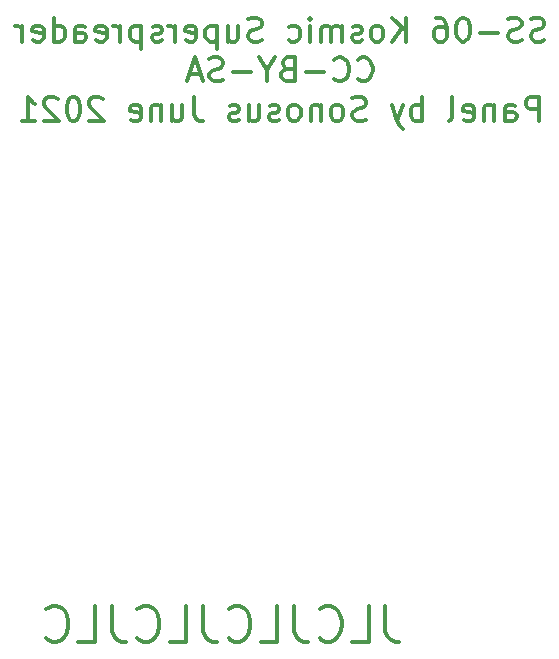
<source format=gbr>
%TF.GenerationSoftware,KiCad,Pcbnew,(5.1.9)-1*%
%TF.CreationDate,2021-06-03T21:33:33+01:00*%
%TF.ProjectId,SpreaderPanel,53707265-6164-4657-9250-616e656c2e6b,rev?*%
%TF.SameCoordinates,Original*%
%TF.FileFunction,Legend,Bot*%
%TF.FilePolarity,Positive*%
%FSLAX46Y46*%
G04 Gerber Fmt 4.6, Leading zero omitted, Abs format (unit mm)*
G04 Created by KiCad (PCBNEW (5.1.9)-1) date 2021-06-03 21:33:33*
%MOMM*%
%LPD*%
G01*
G04 APERTURE LIST*
%ADD10C,0.350000*%
%ADD11C,0.300000*%
G04 APERTURE END LIST*
D10*
X149158714Y-47269523D02*
X148873000Y-47364761D01*
X148396809Y-47364761D01*
X148206333Y-47269523D01*
X148111095Y-47174285D01*
X148015857Y-46983809D01*
X148015857Y-46793333D01*
X148111095Y-46602857D01*
X148206333Y-46507619D01*
X148396809Y-46412380D01*
X148777761Y-46317142D01*
X148968238Y-46221904D01*
X149063476Y-46126666D01*
X149158714Y-45936190D01*
X149158714Y-45745714D01*
X149063476Y-45555238D01*
X148968238Y-45460000D01*
X148777761Y-45364761D01*
X148301571Y-45364761D01*
X148015857Y-45460000D01*
X147253952Y-47269523D02*
X146968238Y-47364761D01*
X146492047Y-47364761D01*
X146301571Y-47269523D01*
X146206333Y-47174285D01*
X146111095Y-46983809D01*
X146111095Y-46793333D01*
X146206333Y-46602857D01*
X146301571Y-46507619D01*
X146492047Y-46412380D01*
X146873000Y-46317142D01*
X147063476Y-46221904D01*
X147158714Y-46126666D01*
X147253952Y-45936190D01*
X147253952Y-45745714D01*
X147158714Y-45555238D01*
X147063476Y-45460000D01*
X146873000Y-45364761D01*
X146396809Y-45364761D01*
X146111095Y-45460000D01*
X145253952Y-46602857D02*
X143730142Y-46602857D01*
X142396809Y-45364761D02*
X142206333Y-45364761D01*
X142015857Y-45460000D01*
X141920619Y-45555238D01*
X141825380Y-45745714D01*
X141730142Y-46126666D01*
X141730142Y-46602857D01*
X141825380Y-46983809D01*
X141920619Y-47174285D01*
X142015857Y-47269523D01*
X142206333Y-47364761D01*
X142396809Y-47364761D01*
X142587285Y-47269523D01*
X142682523Y-47174285D01*
X142777761Y-46983809D01*
X142873000Y-46602857D01*
X142873000Y-46126666D01*
X142777761Y-45745714D01*
X142682523Y-45555238D01*
X142587285Y-45460000D01*
X142396809Y-45364761D01*
X140015857Y-45364761D02*
X140396809Y-45364761D01*
X140587285Y-45460000D01*
X140682523Y-45555238D01*
X140873000Y-45840952D01*
X140968238Y-46221904D01*
X140968238Y-46983809D01*
X140873000Y-47174285D01*
X140777761Y-47269523D01*
X140587285Y-47364761D01*
X140206333Y-47364761D01*
X140015857Y-47269523D01*
X139920619Y-47174285D01*
X139825380Y-46983809D01*
X139825380Y-46507619D01*
X139920619Y-46317142D01*
X140015857Y-46221904D01*
X140206333Y-46126666D01*
X140587285Y-46126666D01*
X140777761Y-46221904D01*
X140873000Y-46317142D01*
X140968238Y-46507619D01*
X137444428Y-47364761D02*
X137444428Y-45364761D01*
X136301571Y-47364761D02*
X137158714Y-46221904D01*
X136301571Y-45364761D02*
X137444428Y-46507619D01*
X135158714Y-47364761D02*
X135349190Y-47269523D01*
X135444428Y-47174285D01*
X135539666Y-46983809D01*
X135539666Y-46412380D01*
X135444428Y-46221904D01*
X135349190Y-46126666D01*
X135158714Y-46031428D01*
X134873000Y-46031428D01*
X134682523Y-46126666D01*
X134587285Y-46221904D01*
X134492047Y-46412380D01*
X134492047Y-46983809D01*
X134587285Y-47174285D01*
X134682523Y-47269523D01*
X134873000Y-47364761D01*
X135158714Y-47364761D01*
X133730142Y-47269523D02*
X133539666Y-47364761D01*
X133158714Y-47364761D01*
X132968238Y-47269523D01*
X132873000Y-47079047D01*
X132873000Y-46983809D01*
X132968238Y-46793333D01*
X133158714Y-46698095D01*
X133444428Y-46698095D01*
X133634904Y-46602857D01*
X133730142Y-46412380D01*
X133730142Y-46317142D01*
X133634904Y-46126666D01*
X133444428Y-46031428D01*
X133158714Y-46031428D01*
X132968238Y-46126666D01*
X132015857Y-47364761D02*
X132015857Y-46031428D01*
X132015857Y-46221904D02*
X131920619Y-46126666D01*
X131730142Y-46031428D01*
X131444428Y-46031428D01*
X131253952Y-46126666D01*
X131158714Y-46317142D01*
X131158714Y-47364761D01*
X131158714Y-46317142D02*
X131063476Y-46126666D01*
X130873000Y-46031428D01*
X130587285Y-46031428D01*
X130396809Y-46126666D01*
X130301571Y-46317142D01*
X130301571Y-47364761D01*
X129349190Y-47364761D02*
X129349190Y-46031428D01*
X129349190Y-45364761D02*
X129444428Y-45460000D01*
X129349190Y-45555238D01*
X129253952Y-45460000D01*
X129349190Y-45364761D01*
X129349190Y-45555238D01*
X127539666Y-47269523D02*
X127730142Y-47364761D01*
X128111095Y-47364761D01*
X128301571Y-47269523D01*
X128396809Y-47174285D01*
X128492047Y-46983809D01*
X128492047Y-46412380D01*
X128396809Y-46221904D01*
X128301571Y-46126666D01*
X128111095Y-46031428D01*
X127730142Y-46031428D01*
X127539666Y-46126666D01*
X125253952Y-47269523D02*
X124968238Y-47364761D01*
X124492047Y-47364761D01*
X124301571Y-47269523D01*
X124206333Y-47174285D01*
X124111095Y-46983809D01*
X124111095Y-46793333D01*
X124206333Y-46602857D01*
X124301571Y-46507619D01*
X124492047Y-46412380D01*
X124873000Y-46317142D01*
X125063476Y-46221904D01*
X125158714Y-46126666D01*
X125253952Y-45936190D01*
X125253952Y-45745714D01*
X125158714Y-45555238D01*
X125063476Y-45460000D01*
X124873000Y-45364761D01*
X124396809Y-45364761D01*
X124111095Y-45460000D01*
X122396809Y-46031428D02*
X122396809Y-47364761D01*
X123253952Y-46031428D02*
X123253952Y-47079047D01*
X123158714Y-47269523D01*
X122968238Y-47364761D01*
X122682523Y-47364761D01*
X122492047Y-47269523D01*
X122396809Y-47174285D01*
X121444428Y-46031428D02*
X121444428Y-48031428D01*
X121444428Y-46126666D02*
X121253952Y-46031428D01*
X120873000Y-46031428D01*
X120682523Y-46126666D01*
X120587285Y-46221904D01*
X120492047Y-46412380D01*
X120492047Y-46983809D01*
X120587285Y-47174285D01*
X120682523Y-47269523D01*
X120873000Y-47364761D01*
X121253952Y-47364761D01*
X121444428Y-47269523D01*
X118873000Y-47269523D02*
X119063476Y-47364761D01*
X119444428Y-47364761D01*
X119634904Y-47269523D01*
X119730142Y-47079047D01*
X119730142Y-46317142D01*
X119634904Y-46126666D01*
X119444428Y-46031428D01*
X119063476Y-46031428D01*
X118873000Y-46126666D01*
X118777761Y-46317142D01*
X118777761Y-46507619D01*
X119730142Y-46698095D01*
X117920619Y-47364761D02*
X117920619Y-46031428D01*
X117920619Y-46412380D02*
X117825380Y-46221904D01*
X117730142Y-46126666D01*
X117539666Y-46031428D01*
X117349190Y-46031428D01*
X116777761Y-47269523D02*
X116587285Y-47364761D01*
X116206333Y-47364761D01*
X116015857Y-47269523D01*
X115920619Y-47079047D01*
X115920619Y-46983809D01*
X116015857Y-46793333D01*
X116206333Y-46698095D01*
X116492047Y-46698095D01*
X116682523Y-46602857D01*
X116777761Y-46412380D01*
X116777761Y-46317142D01*
X116682523Y-46126666D01*
X116492047Y-46031428D01*
X116206333Y-46031428D01*
X116015857Y-46126666D01*
X115063476Y-46031428D02*
X115063476Y-48031428D01*
X115063476Y-46126666D02*
X114873000Y-46031428D01*
X114492047Y-46031428D01*
X114301571Y-46126666D01*
X114206333Y-46221904D01*
X114111095Y-46412380D01*
X114111095Y-46983809D01*
X114206333Y-47174285D01*
X114301571Y-47269523D01*
X114492047Y-47364761D01*
X114873000Y-47364761D01*
X115063476Y-47269523D01*
X113253952Y-47364761D02*
X113253952Y-46031428D01*
X113253952Y-46412380D02*
X113158714Y-46221904D01*
X113063476Y-46126666D01*
X112873000Y-46031428D01*
X112682523Y-46031428D01*
X111253952Y-47269523D02*
X111444428Y-47364761D01*
X111825380Y-47364761D01*
X112015857Y-47269523D01*
X112111095Y-47079047D01*
X112111095Y-46317142D01*
X112015857Y-46126666D01*
X111825380Y-46031428D01*
X111444428Y-46031428D01*
X111253952Y-46126666D01*
X111158714Y-46317142D01*
X111158714Y-46507619D01*
X112111095Y-46698095D01*
X109444428Y-47364761D02*
X109444428Y-46317142D01*
X109539666Y-46126666D01*
X109730142Y-46031428D01*
X110111095Y-46031428D01*
X110301571Y-46126666D01*
X109444428Y-47269523D02*
X109634904Y-47364761D01*
X110111095Y-47364761D01*
X110301571Y-47269523D01*
X110396809Y-47079047D01*
X110396809Y-46888571D01*
X110301571Y-46698095D01*
X110111095Y-46602857D01*
X109634904Y-46602857D01*
X109444428Y-46507619D01*
X107634904Y-47364761D02*
X107634904Y-45364761D01*
X107634904Y-47269523D02*
X107825380Y-47364761D01*
X108206333Y-47364761D01*
X108396809Y-47269523D01*
X108492047Y-47174285D01*
X108587285Y-46983809D01*
X108587285Y-46412380D01*
X108492047Y-46221904D01*
X108396809Y-46126666D01*
X108206333Y-46031428D01*
X107825380Y-46031428D01*
X107634904Y-46126666D01*
X105920619Y-47269523D02*
X106111095Y-47364761D01*
X106492047Y-47364761D01*
X106682523Y-47269523D01*
X106777761Y-47079047D01*
X106777761Y-46317142D01*
X106682523Y-46126666D01*
X106492047Y-46031428D01*
X106111095Y-46031428D01*
X105920619Y-46126666D01*
X105825380Y-46317142D01*
X105825380Y-46507619D01*
X106777761Y-46698095D01*
X104968238Y-47364761D02*
X104968238Y-46031428D01*
X104968238Y-46412380D02*
X104873000Y-46221904D01*
X104777761Y-46126666D01*
X104587285Y-46031428D01*
X104396809Y-46031428D01*
X133396809Y-50524285D02*
X133492047Y-50619523D01*
X133777761Y-50714761D01*
X133968238Y-50714761D01*
X134253952Y-50619523D01*
X134444428Y-50429047D01*
X134539666Y-50238571D01*
X134634904Y-49857619D01*
X134634904Y-49571904D01*
X134539666Y-49190952D01*
X134444428Y-49000476D01*
X134253952Y-48810000D01*
X133968238Y-48714761D01*
X133777761Y-48714761D01*
X133492047Y-48810000D01*
X133396809Y-48905238D01*
X131396809Y-50524285D02*
X131492047Y-50619523D01*
X131777761Y-50714761D01*
X131968238Y-50714761D01*
X132253952Y-50619523D01*
X132444428Y-50429047D01*
X132539666Y-50238571D01*
X132634904Y-49857619D01*
X132634904Y-49571904D01*
X132539666Y-49190952D01*
X132444428Y-49000476D01*
X132253952Y-48810000D01*
X131968238Y-48714761D01*
X131777761Y-48714761D01*
X131492047Y-48810000D01*
X131396809Y-48905238D01*
X130539666Y-49952857D02*
X129015857Y-49952857D01*
X127396809Y-49667142D02*
X127111095Y-49762380D01*
X127015857Y-49857619D01*
X126920619Y-50048095D01*
X126920619Y-50333809D01*
X127015857Y-50524285D01*
X127111095Y-50619523D01*
X127301571Y-50714761D01*
X128063476Y-50714761D01*
X128063476Y-48714761D01*
X127396809Y-48714761D01*
X127206333Y-48810000D01*
X127111095Y-48905238D01*
X127015857Y-49095714D01*
X127015857Y-49286190D01*
X127111095Y-49476666D01*
X127206333Y-49571904D01*
X127396809Y-49667142D01*
X128063476Y-49667142D01*
X125682523Y-49762380D02*
X125682523Y-50714761D01*
X126349190Y-48714761D02*
X125682523Y-49762380D01*
X125015857Y-48714761D01*
X124349190Y-49952857D02*
X122825380Y-49952857D01*
X121968238Y-50619523D02*
X121682523Y-50714761D01*
X121206333Y-50714761D01*
X121015857Y-50619523D01*
X120920619Y-50524285D01*
X120825380Y-50333809D01*
X120825380Y-50143333D01*
X120920619Y-49952857D01*
X121015857Y-49857619D01*
X121206333Y-49762380D01*
X121587285Y-49667142D01*
X121777761Y-49571904D01*
X121873000Y-49476666D01*
X121968238Y-49286190D01*
X121968238Y-49095714D01*
X121873000Y-48905238D01*
X121777761Y-48810000D01*
X121587285Y-48714761D01*
X121111095Y-48714761D01*
X120825380Y-48810000D01*
X120063476Y-50143333D02*
X119111095Y-50143333D01*
X120253952Y-50714761D02*
X119587285Y-48714761D01*
X118920619Y-50714761D01*
X148730142Y-54064761D02*
X148730142Y-52064761D01*
X147968238Y-52064761D01*
X147777761Y-52160000D01*
X147682523Y-52255238D01*
X147587285Y-52445714D01*
X147587285Y-52731428D01*
X147682523Y-52921904D01*
X147777761Y-53017142D01*
X147968238Y-53112380D01*
X148730142Y-53112380D01*
X145873000Y-54064761D02*
X145873000Y-53017142D01*
X145968238Y-52826666D01*
X146158714Y-52731428D01*
X146539666Y-52731428D01*
X146730142Y-52826666D01*
X145873000Y-53969523D02*
X146063476Y-54064761D01*
X146539666Y-54064761D01*
X146730142Y-53969523D01*
X146825380Y-53779047D01*
X146825380Y-53588571D01*
X146730142Y-53398095D01*
X146539666Y-53302857D01*
X146063476Y-53302857D01*
X145873000Y-53207619D01*
X144920619Y-52731428D02*
X144920619Y-54064761D01*
X144920619Y-52921904D02*
X144825380Y-52826666D01*
X144634904Y-52731428D01*
X144349190Y-52731428D01*
X144158714Y-52826666D01*
X144063476Y-53017142D01*
X144063476Y-54064761D01*
X142349190Y-53969523D02*
X142539666Y-54064761D01*
X142920619Y-54064761D01*
X143111095Y-53969523D01*
X143206333Y-53779047D01*
X143206333Y-53017142D01*
X143111095Y-52826666D01*
X142920619Y-52731428D01*
X142539666Y-52731428D01*
X142349190Y-52826666D01*
X142253952Y-53017142D01*
X142253952Y-53207619D01*
X143206333Y-53398095D01*
X141111095Y-54064761D02*
X141301571Y-53969523D01*
X141396809Y-53779047D01*
X141396809Y-52064761D01*
X138825380Y-54064761D02*
X138825380Y-52064761D01*
X138825380Y-52826666D02*
X138634904Y-52731428D01*
X138253952Y-52731428D01*
X138063476Y-52826666D01*
X137968238Y-52921904D01*
X137873000Y-53112380D01*
X137873000Y-53683809D01*
X137968238Y-53874285D01*
X138063476Y-53969523D01*
X138253952Y-54064761D01*
X138634904Y-54064761D01*
X138825380Y-53969523D01*
X137206333Y-52731428D02*
X136730142Y-54064761D01*
X136253952Y-52731428D02*
X136730142Y-54064761D01*
X136920619Y-54540952D01*
X137015857Y-54636190D01*
X137206333Y-54731428D01*
X134063476Y-53969523D02*
X133777761Y-54064761D01*
X133301571Y-54064761D01*
X133111095Y-53969523D01*
X133015857Y-53874285D01*
X132920619Y-53683809D01*
X132920619Y-53493333D01*
X133015857Y-53302857D01*
X133111095Y-53207619D01*
X133301571Y-53112380D01*
X133682523Y-53017142D01*
X133873000Y-52921904D01*
X133968238Y-52826666D01*
X134063476Y-52636190D01*
X134063476Y-52445714D01*
X133968238Y-52255238D01*
X133873000Y-52160000D01*
X133682523Y-52064761D01*
X133206333Y-52064761D01*
X132920619Y-52160000D01*
X131777761Y-54064761D02*
X131968238Y-53969523D01*
X132063476Y-53874285D01*
X132158714Y-53683809D01*
X132158714Y-53112380D01*
X132063476Y-52921904D01*
X131968238Y-52826666D01*
X131777761Y-52731428D01*
X131492047Y-52731428D01*
X131301571Y-52826666D01*
X131206333Y-52921904D01*
X131111095Y-53112380D01*
X131111095Y-53683809D01*
X131206333Y-53874285D01*
X131301571Y-53969523D01*
X131492047Y-54064761D01*
X131777761Y-54064761D01*
X130253952Y-52731428D02*
X130253952Y-54064761D01*
X130253952Y-52921904D02*
X130158714Y-52826666D01*
X129968238Y-52731428D01*
X129682523Y-52731428D01*
X129492047Y-52826666D01*
X129396809Y-53017142D01*
X129396809Y-54064761D01*
X128158714Y-54064761D02*
X128349190Y-53969523D01*
X128444428Y-53874285D01*
X128539666Y-53683809D01*
X128539666Y-53112380D01*
X128444428Y-52921904D01*
X128349190Y-52826666D01*
X128158714Y-52731428D01*
X127873000Y-52731428D01*
X127682523Y-52826666D01*
X127587285Y-52921904D01*
X127492047Y-53112380D01*
X127492047Y-53683809D01*
X127587285Y-53874285D01*
X127682523Y-53969523D01*
X127873000Y-54064761D01*
X128158714Y-54064761D01*
X126730142Y-53969523D02*
X126539666Y-54064761D01*
X126158714Y-54064761D01*
X125968238Y-53969523D01*
X125873000Y-53779047D01*
X125873000Y-53683809D01*
X125968238Y-53493333D01*
X126158714Y-53398095D01*
X126444428Y-53398095D01*
X126634904Y-53302857D01*
X126730142Y-53112380D01*
X126730142Y-53017142D01*
X126634904Y-52826666D01*
X126444428Y-52731428D01*
X126158714Y-52731428D01*
X125968238Y-52826666D01*
X124158714Y-52731428D02*
X124158714Y-54064761D01*
X125015857Y-52731428D02*
X125015857Y-53779047D01*
X124920619Y-53969523D01*
X124730142Y-54064761D01*
X124444428Y-54064761D01*
X124253952Y-53969523D01*
X124158714Y-53874285D01*
X123301571Y-53969523D02*
X123111095Y-54064761D01*
X122730142Y-54064761D01*
X122539666Y-53969523D01*
X122444428Y-53779047D01*
X122444428Y-53683809D01*
X122539666Y-53493333D01*
X122730142Y-53398095D01*
X123015857Y-53398095D01*
X123206333Y-53302857D01*
X123301571Y-53112380D01*
X123301571Y-53017142D01*
X123206333Y-52826666D01*
X123015857Y-52731428D01*
X122730142Y-52731428D01*
X122539666Y-52826666D01*
X119492047Y-52064761D02*
X119492047Y-53493333D01*
X119587285Y-53779047D01*
X119777761Y-53969523D01*
X120063476Y-54064761D01*
X120253952Y-54064761D01*
X117682523Y-52731428D02*
X117682523Y-54064761D01*
X118539666Y-52731428D02*
X118539666Y-53779047D01*
X118444428Y-53969523D01*
X118253952Y-54064761D01*
X117968238Y-54064761D01*
X117777761Y-53969523D01*
X117682523Y-53874285D01*
X116730142Y-52731428D02*
X116730142Y-54064761D01*
X116730142Y-52921904D02*
X116634904Y-52826666D01*
X116444428Y-52731428D01*
X116158714Y-52731428D01*
X115968238Y-52826666D01*
X115873000Y-53017142D01*
X115873000Y-54064761D01*
X114158714Y-53969523D02*
X114349190Y-54064761D01*
X114730142Y-54064761D01*
X114920619Y-53969523D01*
X115015857Y-53779047D01*
X115015857Y-53017142D01*
X114920619Y-52826666D01*
X114730142Y-52731428D01*
X114349190Y-52731428D01*
X114158714Y-52826666D01*
X114063476Y-53017142D01*
X114063476Y-53207619D01*
X115015857Y-53398095D01*
X111777761Y-52255238D02*
X111682523Y-52160000D01*
X111492047Y-52064761D01*
X111015857Y-52064761D01*
X110825380Y-52160000D01*
X110730142Y-52255238D01*
X110634904Y-52445714D01*
X110634904Y-52636190D01*
X110730142Y-52921904D01*
X111873000Y-54064761D01*
X110634904Y-54064761D01*
X109396809Y-52064761D02*
X109206333Y-52064761D01*
X109015857Y-52160000D01*
X108920619Y-52255238D01*
X108825380Y-52445714D01*
X108730142Y-52826666D01*
X108730142Y-53302857D01*
X108825380Y-53683809D01*
X108920619Y-53874285D01*
X109015857Y-53969523D01*
X109206333Y-54064761D01*
X109396809Y-54064761D01*
X109587285Y-53969523D01*
X109682523Y-53874285D01*
X109777761Y-53683809D01*
X109873000Y-53302857D01*
X109873000Y-52826666D01*
X109777761Y-52445714D01*
X109682523Y-52255238D01*
X109587285Y-52160000D01*
X109396809Y-52064761D01*
X107968238Y-52255238D02*
X107873000Y-52160000D01*
X107682523Y-52064761D01*
X107206333Y-52064761D01*
X107015857Y-52160000D01*
X106920619Y-52255238D01*
X106825380Y-52445714D01*
X106825380Y-52636190D01*
X106920619Y-52921904D01*
X108063476Y-54064761D01*
X106825380Y-54064761D01*
X104920619Y-54064761D02*
X106063476Y-54064761D01*
X105492047Y-54064761D02*
X105492047Y-52064761D01*
X105682523Y-52350476D01*
X105873000Y-52540952D01*
X106063476Y-52636190D01*
D11*
X135730142Y-95167142D02*
X135730142Y-97310000D01*
X135873000Y-97738571D01*
X136158714Y-98024285D01*
X136587285Y-98167142D01*
X136873000Y-98167142D01*
X132873000Y-98167142D02*
X134301571Y-98167142D01*
X134301571Y-95167142D01*
X130158714Y-97881428D02*
X130301571Y-98024285D01*
X130730142Y-98167142D01*
X131015857Y-98167142D01*
X131444428Y-98024285D01*
X131730142Y-97738571D01*
X131873000Y-97452857D01*
X132015857Y-96881428D01*
X132015857Y-96452857D01*
X131873000Y-95881428D01*
X131730142Y-95595714D01*
X131444428Y-95310000D01*
X131015857Y-95167142D01*
X130730142Y-95167142D01*
X130301571Y-95310000D01*
X130158714Y-95452857D01*
X128015857Y-95167142D02*
X128015857Y-97310000D01*
X128158714Y-97738571D01*
X128444428Y-98024285D01*
X128873000Y-98167142D01*
X129158714Y-98167142D01*
X125158714Y-98167142D02*
X126587285Y-98167142D01*
X126587285Y-95167142D01*
X122444428Y-97881428D02*
X122587285Y-98024285D01*
X123015857Y-98167142D01*
X123301571Y-98167142D01*
X123730142Y-98024285D01*
X124015857Y-97738571D01*
X124158714Y-97452857D01*
X124301571Y-96881428D01*
X124301571Y-96452857D01*
X124158714Y-95881428D01*
X124015857Y-95595714D01*
X123730142Y-95310000D01*
X123301571Y-95167142D01*
X123015857Y-95167142D01*
X122587285Y-95310000D01*
X122444428Y-95452857D01*
X120301571Y-95167142D02*
X120301571Y-97310000D01*
X120444428Y-97738571D01*
X120730142Y-98024285D01*
X121158714Y-98167142D01*
X121444428Y-98167142D01*
X117444428Y-98167142D02*
X118872999Y-98167142D01*
X118872999Y-95167142D01*
X114730142Y-97881428D02*
X114872999Y-98024285D01*
X115301571Y-98167142D01*
X115587285Y-98167142D01*
X116015857Y-98024285D01*
X116301571Y-97738571D01*
X116444428Y-97452857D01*
X116587285Y-96881428D01*
X116587285Y-96452857D01*
X116444428Y-95881428D01*
X116301571Y-95595714D01*
X116015857Y-95310000D01*
X115587285Y-95167142D01*
X115301571Y-95167142D01*
X114872999Y-95310000D01*
X114730142Y-95452857D01*
X112587285Y-95167142D02*
X112587285Y-97310000D01*
X112730142Y-97738571D01*
X113015857Y-98024285D01*
X113444428Y-98167142D01*
X113730142Y-98167142D01*
X109730142Y-98167142D02*
X111158714Y-98167142D01*
X111158714Y-95167142D01*
X107015857Y-97881428D02*
X107158714Y-98024285D01*
X107587285Y-98167142D01*
X107872999Y-98167142D01*
X108301571Y-98024285D01*
X108587285Y-97738571D01*
X108730142Y-97452857D01*
X108872999Y-96881428D01*
X108872999Y-96452857D01*
X108730142Y-95881428D01*
X108587285Y-95595714D01*
X108301571Y-95310000D01*
X107872999Y-95167142D01*
X107587285Y-95167142D01*
X107158714Y-95310000D01*
X107015857Y-95452857D01*
M02*

</source>
